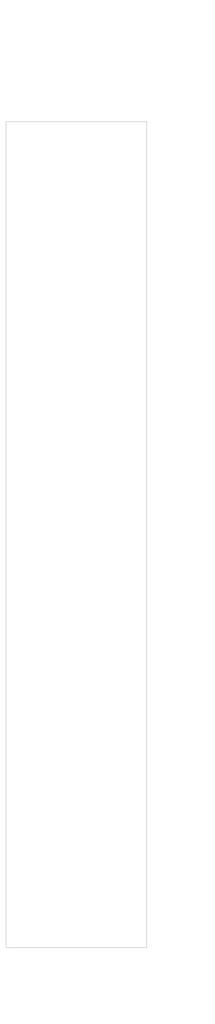
<source format=kicad_pcb>
(kicad_pcb (version 20211014) (generator pcbnew)

  (general
    (thickness 1.6)
  )

  (paper "A4")
  (layers
    (0 "F.Cu" signal)
    (31 "B.Cu" signal)
    (32 "B.Adhes" user "B.Adhesive")
    (33 "F.Adhes" user "F.Adhesive")
    (34 "B.Paste" user)
    (35 "F.Paste" user)
    (36 "B.SilkS" user "B.Silkscreen")
    (37 "F.SilkS" user "F.Silkscreen")
    (38 "B.Mask" user)
    (39 "F.Mask" user)
    (40 "Dwgs.User" user "User.Drawings")
    (41 "Cmts.User" user "User.Comments")
    (42 "Eco1.User" user "User.Eco1")
    (43 "Eco2.User" user "User.Eco2")
    (44 "Edge.Cuts" user)
    (45 "Margin" user)
    (46 "B.CrtYd" user "B.Courtyard")
    (47 "F.CrtYd" user "F.Courtyard")
    (48 "B.Fab" user)
    (49 "F.Fab" user)
    (50 "User.1" user)
    (51 "User.2" user)
    (52 "User.3" user)
    (53 "User.4" user)
    (54 "User.5" user)
    (55 "User.6" user)
    (56 "User.7" user)
    (57 "User.8" user)
    (58 "User.9" user)
  )

  (setup
    (pad_to_mask_clearance 0)
    (pcbplotparams
      (layerselection 0x00010fc_ffffffff)
      (disableapertmacros false)
      (usegerberextensions false)
      (usegerberattributes true)
      (usegerberadvancedattributes true)
      (creategerberjobfile true)
      (svguseinch false)
      (svgprecision 6)
      (excludeedgelayer true)
      (plotframeref false)
      (viasonmask false)
      (mode 1)
      (useauxorigin false)
      (hpglpennumber 1)
      (hpglpenspeed 20)
      (hpglpendiameter 15.000000)
      (dxfpolygonmode true)
      (dxfimperialunits true)
      (dxfusepcbnewfont true)
      (psnegative false)
      (psa4output false)
      (plotreference true)
      (plotvalue true)
      (plotinvisibletext false)
      (sketchpadsonfab false)
      (subtractmaskfromsilk false)
      (outputformat 1)
      (mirror false)
      (drillshape 1)
      (scaleselection 1)
      (outputdirectory "")
    )
  )

  (net 0 "")

  (gr_line (start 0.75 10) (end 0.75 118.5) (layer "Edge.Cuts") (width 0.1) (tstamp 1a09a7cb-78f5-4989-9bdf-8b4c4a8beb1d))
  (gr_line (start 19.25 118.5) (end 19.25 10) (layer "Edge.Cuts") (width 0.1) (tstamp 2aef071e-f380-49c0-b1ba-860b2a4bd684))
  (gr_line (start 0.75 118.5) (end 19.25 118.5) (layer "Edge.Cuts") (width 0.1) (tstamp 347e4106-0ad8-4579-9925-c65107fafee2))
  (gr_line (start 0.75 10) (end 19.25 10) (layer "Edge.Cuts") (width 0.1) (tstamp c8cb28f7-4e0d-49a3-8b9b-fcff4adac1d4))
  (gr_line (start 20 0) (end 20 128.5) (layer "User.1") (width 0.1) (tstamp 14be568d-2e52-4aed-b81b-dddc75cbdd07))
  (gr_line (start 0 128.5) (end 0 0) (layer "User.1") (width 0.1) (tstamp 159574a9-ecec-48bb-adb0-3dc9e65d4e79))
  (gr_line (start 0 0) (end 20 0) (layer "User.1") (width 0.1) (tstamp 7a879184-fad8-4feb-afb5-86fe8d34f1f7))
  (gr_line (start 20 128.5) (end 0 128.5) (layer "User.1") (width 0.1) (tstamp bc3f6e1f-c81e-4889-865a-0e223a5a22e2))
  (dimension (type aligned) (layer "User.1") (tstamp 8af03b39-5367-480c-ab0d-2e7bdd97e0d9)
    (pts (xy 0.75 12.5) (xy 19.25 12.5))
    (height -16.5)
    (gr_text "18.5000 mm" (at 10 -5.15) (layer "User.1") (tstamp 8af03b39-5367-480c-ab0d-2e7bdd97e0d9)
      (effects (font (size 1 1) (thickness 0.15)))
    )
    (format (units 3) (units_format 1) (precision 4))
    (style (thickness 0.1) (arrow_length 1.27) (text_position_mode 0) (extension_height 0.58642) (extension_offset 0.5) keep_text_aligned)
  )
  (dimension (type aligned) (layer "User.1") (tstamp 9bd7f006-42ed-42fc-8b4d-c49ffbd3aa28)
    (pts (xy 19.25 118.5) (xy 19.25 10.15))
    (height 4.75)
    (gr_text "108.3500 mm" (at 22.85 64.325 90) (layer "User.1") (tstamp 9bd7f006-42ed-42fc-8b4d-c49ffbd3aa28)
      (effects (font (size 1 1) (thickness 0.15)))
    )
    (format (units 3) (units_format 1) (precision 4))
    (style (thickness 0.1) (arrow_length 1.27) (text_position_mode 0) (extension_height 0.58642) (extension_offset 0.5) keep_text_aligned)
  )

)

</source>
